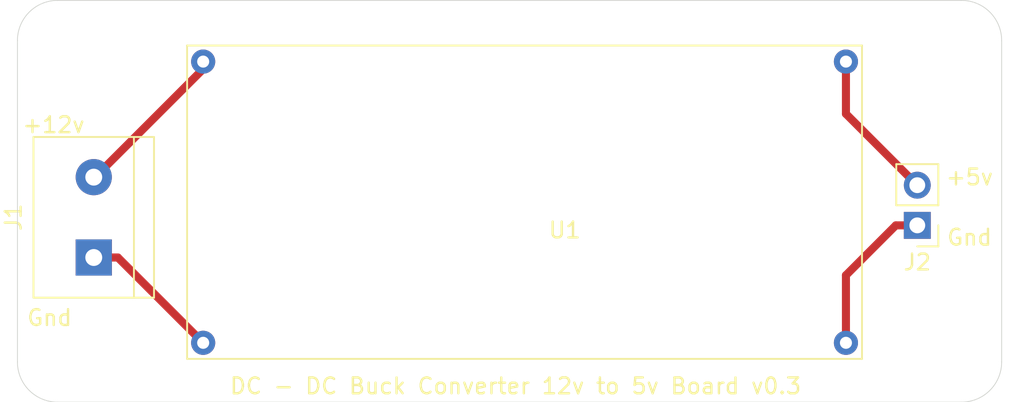
<source format=kicad_pcb>
(kicad_pcb (version 20171130) (host pcbnew "(5.1.2)-2")

  (general
    (thickness 1.6)
    (drawings 13)
    (tracks 9)
    (zones 0)
    (modules 3)
    (nets 5)
  )

  (page A4)
  (layers
    (0 F.Cu signal)
    (31 B.Cu signal)
    (32 B.Adhes user)
    (33 F.Adhes user)
    (34 B.Paste user)
    (35 F.Paste user)
    (36 B.SilkS user)
    (37 F.SilkS user)
    (38 B.Mask user)
    (39 F.Mask user)
    (40 Dwgs.User user)
    (41 Cmts.User user)
    (42 Eco1.User user)
    (43 Eco2.User user)
    (44 Edge.Cuts user)
    (45 Margin user)
    (46 B.CrtYd user)
    (47 F.CrtYd user)
    (48 B.Fab user)
    (49 F.Fab user)
  )

  (setup
    (last_trace_width 0.25)
    (user_trace_width 0.508)
    (trace_clearance 0.2)
    (zone_clearance 0.508)
    (zone_45_only no)
    (trace_min 0.2)
    (via_size 0.8)
    (via_drill 0.4)
    (via_min_size 0.4)
    (via_min_drill 0.3)
    (uvia_size 0.3)
    (uvia_drill 0.1)
    (uvias_allowed no)
    (uvia_min_size 0.2)
    (uvia_min_drill 0.1)
    (edge_width 0.05)
    (segment_width 0.2)
    (pcb_text_width 0.3)
    (pcb_text_size 1.5 1.5)
    (mod_edge_width 0.12)
    (mod_text_size 1 1)
    (mod_text_width 0.15)
    (pad_size 2.286 2.286)
    (pad_drill 1.0668)
    (pad_to_mask_clearance 0.051)
    (solder_mask_min_width 0.25)
    (aux_axis_origin 0 0)
    (visible_elements 7FFFFFFF)
    (pcbplotparams
      (layerselection 0x010fc_ffffffff)
      (usegerberextensions false)
      (usegerberattributes false)
      (usegerberadvancedattributes false)
      (creategerberjobfile false)
      (excludeedgelayer true)
      (linewidth 0.100000)
      (plotframeref false)
      (viasonmask false)
      (mode 1)
      (useauxorigin false)
      (hpglpennumber 1)
      (hpglpenspeed 20)
      (hpglpendiameter 15.000000)
      (psnegative false)
      (psa4output false)
      (plotreference true)
      (plotvalue true)
      (plotinvisibletext false)
      (padsonsilk false)
      (subtractmaskfromsilk false)
      (outputformat 1)
      (mirror false)
      (drillshape 0)
      (scaleselection 1)
      (outputdirectory "Gerbers/"))
  )

  (net 0 "")
  (net 1 "Net-(J1-Pad1)")
  (net 2 "Net-(J1-Pad2)")
  (net 3 "Net-(J2-Pad1)")
  (net 4 "Net-(J2-Pad2)")

  (net_class Default "This is the default net class."
    (clearance 0.2)
    (trace_width 0.25)
    (via_dia 0.8)
    (via_drill 0.4)
    (uvia_dia 0.3)
    (uvia_drill 0.1)
    (add_net "Net-(J1-Pad1)")
    (add_net "Net-(J1-Pad2)")
    (add_net "Net-(J2-Pad1)")
    (add_net "Net-(J2-Pad2)")
  )

  (module PowerBreakout:LM2596Adj (layer F.Cu) (tedit 5DA3FF52) (tstamp 5D995338)
    (at 148.904001 72.450001)
    (path /5D990B47)
    (fp_text reference U1 (at 0 0.5) (layer F.SilkS)
      (effects (font (size 1 1) (thickness 0.15)))
    )
    (fp_text value LM2596Adj (at 0 -1.524) (layer F.Fab)
      (effects (font (size 1 1) (thickness 0.15)))
    )
    (fp_line (start 18.796 -11.176) (end -23.876 -11.176) (layer F.SilkS) (width 0.12))
    (fp_line (start 18.796 8.636) (end 18.796 -11.176) (layer F.SilkS) (width 0.12))
    (fp_line (start -23.876 8.636) (end 18.796 8.636) (layer F.SilkS) (width 0.12))
    (fp_line (start -23.876 -11.176) (end -23.876 8.636) (layer F.SilkS) (width 0.12))
    (pad 4 thru_hole circle (at 17.78 7.62) (size 1.524 1.524) (drill 0.762) (layers *.Cu *.Mask)
      (net 3 "Net-(J2-Pad1)"))
    (pad 3 thru_hole circle (at 17.78 -10.16) (size 1.524 1.524) (drill 0.762) (layers *.Cu *.Mask)
      (net 4 "Net-(J2-Pad2)"))
    (pad 2 thru_hole circle (at -22.86 7.62) (size 1.524 1.524) (drill 0.762) (layers *.Cu *.Mask)
      (net 1 "Net-(J1-Pad1)"))
    (pad 1 thru_hole circle (at -22.86 -10.16) (size 1.524 1.524) (drill 0.762) (layers *.Cu *.Mask)
      (net 2 "Net-(J1-Pad2)"))
  )

  (module Connector_PinHeader_2.54mm:PinHeader_1x02_P2.54mm_Vertical (layer F.Cu) (tedit 59FED5CC) (tstamp 5DA403C7)
    (at 171.196 72.644 180)
    (descr "Through hole straight pin header, 1x02, 2.54mm pitch, single row")
    (tags "Through hole pin header THT 1x02 2.54mm single row")
    (path /5D99419C)
    (fp_text reference J2 (at 0 -2.33) (layer F.SilkS)
      (effects (font (size 1 1) (thickness 0.15)))
    )
    (fp_text value Conn_01x02_Male (at 0 4.87) (layer F.Fab)
      (effects (font (size 1 1) (thickness 0.15)))
    )
    (fp_line (start -0.635 -1.27) (end 1.27 -1.27) (layer F.Fab) (width 0.1))
    (fp_line (start 1.27 -1.27) (end 1.27 3.81) (layer F.Fab) (width 0.1))
    (fp_line (start 1.27 3.81) (end -1.27 3.81) (layer F.Fab) (width 0.1))
    (fp_line (start -1.27 3.81) (end -1.27 -0.635) (layer F.Fab) (width 0.1))
    (fp_line (start -1.27 -0.635) (end -0.635 -1.27) (layer F.Fab) (width 0.1))
    (fp_line (start -1.33 3.87) (end 1.33 3.87) (layer F.SilkS) (width 0.12))
    (fp_line (start -1.33 1.27) (end -1.33 3.87) (layer F.SilkS) (width 0.12))
    (fp_line (start 1.33 1.27) (end 1.33 3.87) (layer F.SilkS) (width 0.12))
    (fp_line (start -1.33 1.27) (end 1.33 1.27) (layer F.SilkS) (width 0.12))
    (fp_line (start -1.33 0) (end -1.33 -1.33) (layer F.SilkS) (width 0.12))
    (fp_line (start -1.33 -1.33) (end 0 -1.33) (layer F.SilkS) (width 0.12))
    (fp_line (start -1.8 -1.8) (end -1.8 4.35) (layer F.CrtYd) (width 0.05))
    (fp_line (start -1.8 4.35) (end 1.8 4.35) (layer F.CrtYd) (width 0.05))
    (fp_line (start 1.8 4.35) (end 1.8 -1.8) (layer F.CrtYd) (width 0.05))
    (fp_line (start 1.8 -1.8) (end -1.8 -1.8) (layer F.CrtYd) (width 0.05))
    (fp_text user %R (at 0 1.27 180) (layer F.Fab)
      (effects (font (size 1 1) (thickness 0.15)))
    )
    (pad 1 thru_hole rect (at 0 0 180) (size 1.7 1.7) (drill 1) (layers *.Cu *.Mask)
      (net 3 "Net-(J2-Pad1)"))
    (pad 2 thru_hole oval (at 0 2.54 180) (size 1.7 1.7) (drill 1) (layers *.Cu *.Mask)
      (net 4 "Net-(J2-Pad2)"))
    (model ${KISYS3DMOD}/Connector_PinHeader_2.54mm.3dshapes/PinHeader_1x02_P2.54mm_Vertical.wrl
      (at (xyz 0 0 0))
      (scale (xyz 1 1 1))
      (rotate (xyz 0 0 0))
    )
  )

  (module TerminalBlock:TerminalBlock_bornier-2_P5.08mm (layer F.Cu) (tedit 5DBE4433) (tstamp 5DBE9B4A)
    (at 119.126 74.676 90)
    (descr "simple 2-pin terminal block, pitch 5.08mm, revamped version of bornier2")
    (tags "terminal block bornier2")
    (path /5D99545E)
    (fp_text reference J1 (at 2.54 -5.08 90) (layer F.SilkS)
      (effects (font (size 1 1) (thickness 0.15)))
    )
    (fp_text value Screw_Terminal_01x02 (at 2.54 5.08 90) (layer F.Fab)
      (effects (font (size 1 1) (thickness 0.15)))
    )
    (fp_text user %R (at 2.54 0 90) (layer F.Fab)
      (effects (font (size 1 1) (thickness 0.15)))
    )
    (fp_line (start -2.41 2.55) (end 7.49 2.55) (layer F.Fab) (width 0.1))
    (fp_line (start -2.46 -3.75) (end -2.46 3.75) (layer F.Fab) (width 0.1))
    (fp_line (start -2.46 3.75) (end 7.54 3.75) (layer F.Fab) (width 0.1))
    (fp_line (start 7.54 3.75) (end 7.54 -3.75) (layer F.Fab) (width 0.1))
    (fp_line (start 7.54 -3.75) (end -2.46 -3.75) (layer F.Fab) (width 0.1))
    (fp_line (start 7.62 2.54) (end -2.54 2.54) (layer F.SilkS) (width 0.12))
    (fp_line (start 7.62 3.81) (end 7.62 -3.81) (layer F.SilkS) (width 0.12))
    (fp_line (start 7.62 -3.81) (end -2.54 -3.81) (layer F.SilkS) (width 0.12))
    (fp_line (start -2.54 -3.81) (end -2.54 3.81) (layer F.SilkS) (width 0.12))
    (fp_line (start -2.54 3.81) (end 7.62 3.81) (layer F.SilkS) (width 0.12))
    (fp_line (start -2.71 -4) (end 7.79 -4) (layer F.CrtYd) (width 0.05))
    (fp_line (start -2.71 -4) (end -2.71 4) (layer F.CrtYd) (width 0.05))
    (fp_line (start 7.79 4) (end 7.79 -4) (layer F.CrtYd) (width 0.05))
    (fp_line (start 7.79 4) (end -2.71 4) (layer F.CrtYd) (width 0.05))
    (pad 1 thru_hole rect (at 0 0 90) (size 2.286 2.286) (drill 1.0668) (layers *.Cu *.Mask)
      (net 1 "Net-(J1-Pad1)"))
    (pad 2 thru_hole circle (at 5.08 0 90) (size 2.286 2.286) (drill 1.0668) (layers *.Cu *.Mask)
      (net 2 "Net-(J1-Pad2)"))
    (model ${KISYS3DMOD}/TerminalBlock.3dshapes/TerminalBlock_bornier-2_P5.08mm.wrl
      (offset (xyz 2.539999961853027 0 0))
      (scale (xyz 1 1 1))
      (rotate (xyz 0 0 0))
    )
  )

  (gr_text "DC - DC Buck Converter 12v to 5v Board v0.3" (at 145.796 82.804) (layer F.SilkS)
    (effects (font (size 1 1) (thickness 0.15)))
  )
  (gr_text +12v (at 116.586 66.294) (layer F.SilkS)
    (effects (font (size 1 1) (thickness 0.15)))
  )
  (gr_text Gnd (at 116.332 78.486) (layer F.SilkS)
    (effects (font (size 1 1) (thickness 0.15)))
  )
  (gr_text Gnd (at 174.498 73.406) (layer F.SilkS)
    (effects (font (size 1 1) (thickness 0.15)))
  )
  (gr_text +5v (at 174.498 69.596) (layer F.SilkS)
    (effects (font (size 1 1) (thickness 0.15)))
  )
  (gr_arc (start 173.99 60.96) (end 176.53 60.96) (angle -90) (layer Edge.Cuts) (width 0.05))
  (gr_arc (start 173.99 81.28) (end 173.99 83.82) (angle -90) (layer Edge.Cuts) (width 0.05))
  (gr_arc (start 116.84 81.28) (end 114.3 81.28) (angle -90) (layer Edge.Cuts) (width 0.05))
  (gr_arc (start 116.84 60.96) (end 116.84 58.42) (angle -90) (layer Edge.Cuts) (width 0.05))
  (gr_line (start 114.3 81.28) (end 114.3 60.96) (layer Edge.Cuts) (width 0.05))
  (gr_line (start 173.99 83.82) (end 116.84 83.82) (layer Edge.Cuts) (width 0.05))
  (gr_line (start 176.53 60.96) (end 176.53 81.28) (layer Edge.Cuts) (width 0.05))
  (gr_line (start 116.84 58.42) (end 173.99 58.42) (layer Edge.Cuts) (width 0.05))

  (segment (start 120.65 74.676) (end 126.044001 80.070001) (width 0.508) (layer F.Cu) (net 1))
  (segment (start 119.126 74.676) (end 120.65 74.676) (width 0.508) (layer F.Cu) (net 1))
  (segment (start 126.044001 62.757999) (end 126.044001 62.290001) (width 0.508) (layer F.Cu) (net 2))
  (segment (start 119.126 69.676) (end 126.044001 62.757999) (width 0.508) (layer F.Cu) (net 2))
  (segment (start 169.838 72.644) (end 171.196 72.644) (width 0.508) (layer F.Cu) (net 3))
  (segment (start 166.684001 75.797999) (end 169.838 72.644) (width 0.508) (layer F.Cu) (net 3))
  (segment (start 166.684001 80.070001) (end 166.684001 75.797999) (width 0.508) (layer F.Cu) (net 3))
  (segment (start 166.684001 65.592001) (end 166.684001 62.290001) (width 0.508) (layer F.Cu) (net 4))
  (segment (start 171.196 70.104) (end 166.684001 65.592001) (width 0.508) (layer F.Cu) (net 4))

)

</source>
